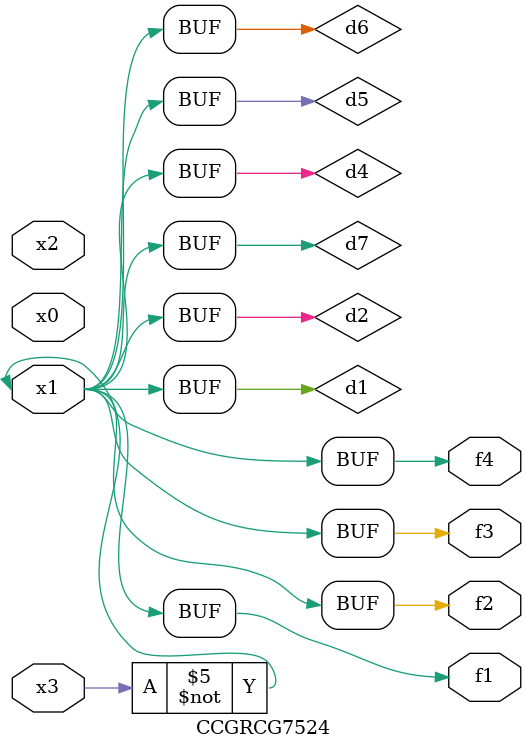
<source format=v>
module CCGRCG7524(
	input x0, x1, x2, x3,
	output f1, f2, f3, f4
);

	wire d1, d2, d3, d4, d5, d6, d7;

	not (d1, x3);
	buf (d2, x1);
	xnor (d3, d1, d2);
	nor (d4, d1);
	buf (d5, d1, d2);
	buf (d6, d4, d5);
	nand (d7, d4);
	assign f1 = d6;
	assign f2 = d7;
	assign f3 = d6;
	assign f4 = d6;
endmodule

</source>
